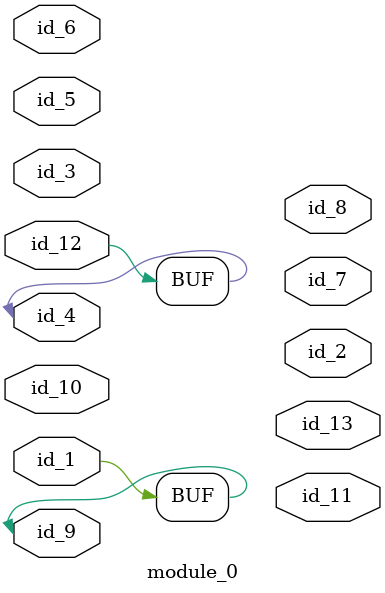
<source format=v>
module module_0 (
    id_1,
    id_2,
    id_3,
    id_4,
    id_5,
    id_6,
    id_7,
    id_8,
    id_9,
    id_10,
    id_11,
    id_12,
    id_13
);
  output id_13;
  input id_12;
  output id_11;
  input id_10;
  input id_9;
  output id_8;
  output id_7;
  input id_6;
  input id_5;
  input id_4;
  input id_3;
  output id_2;
  input id_1;
  assign id_9  = id_1;
  assign id_12 = id_4;
endmodule

</source>
